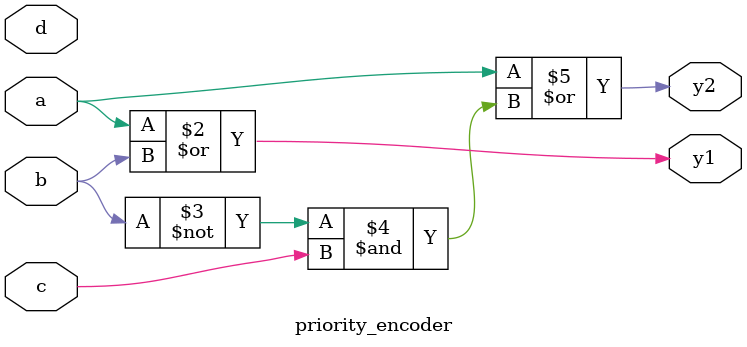
<source format=sv>
module priority_encoder(a,b,c,d,y1,y2);
  input a,b,c,d;
  output reg y1,y2;
  always @(*) begin
    y1= a|b;
    y2=a|(~(b)&c);
  end
endmodule

</source>
